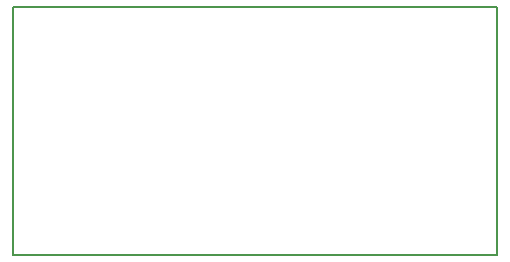
<source format=gm1>
G04 #@! TF.GenerationSoftware,KiCad,Pcbnew,5.0.0-rc2*
G04 #@! TF.CreationDate,2019-06-24T22:20:35-04:00*
G04 #@! TF.ProjectId,pcb,7063622E6B696361645F706362000000,rev?*
G04 #@! TF.SameCoordinates,Original*
G04 #@! TF.FileFunction,Profile,NP*
%FSLAX46Y46*%
G04 Gerber Fmt 4.6, Leading zero omitted, Abs format (unit mm)*
G04 Created by KiCad (PCBNEW 5.0.0-rc2) date Mon Jun 24 22:20:35 2019*
%MOMM*%
%LPD*%
G01*
G04 APERTURE LIST*
%ADD10C,0.152400*%
G04 APERTURE END LIST*
D10*
X109000000Y-99000000D02*
X109000000Y-78000000D01*
X150000000Y-99000000D02*
X109000000Y-99000000D01*
X150000000Y-78000000D02*
X150000000Y-99000000D01*
X109000000Y-78000000D02*
X150000000Y-78000000D01*
M02*

</source>
